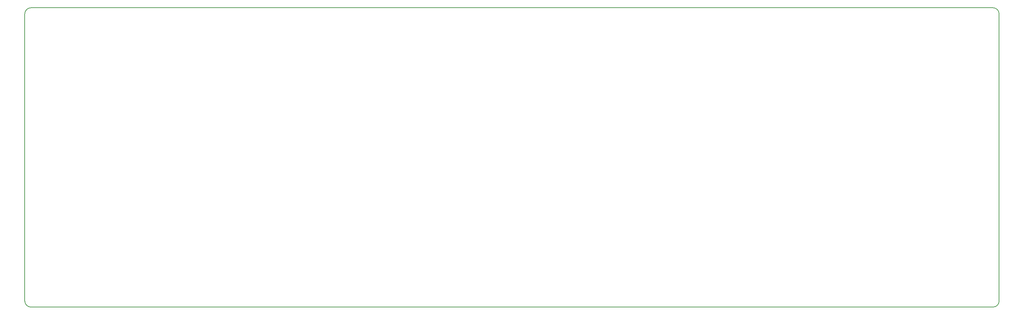
<source format=gbr>
%TF.GenerationSoftware,KiCad,Pcbnew,(6.0.7)*%
%TF.CreationDate,2022-12-15T16:21:00+01:00*%
%TF.ProjectId,Kestrel47,4b657374-7265-46c3-9437-2e6b69636164,rev?*%
%TF.SameCoordinates,Original*%
%TF.FileFunction,Profile,NP*%
%FSLAX46Y46*%
G04 Gerber Fmt 4.6, Leading zero omitted, Abs format (unit mm)*
G04 Created by KiCad (PCBNEW (6.0.7)) date 2022-12-15 16:21:00*
%MOMM*%
%LPD*%
G01*
G04 APERTURE LIST*
%TA.AperFunction,Profile*%
%ADD10C,0.200000*%
%TD*%
G04 APERTURE END LIST*
D10*
X263525000Y-17462500D02*
G75*
G03*
X261937500Y-15875000I-1587500J0D01*
G01*
X15875000Y-90487500D02*
G75*
G03*
X17462500Y-92075000I1587500J0D01*
G01*
X15875000Y-90487500D02*
X15875000Y-17462500D01*
X17462500Y-15875000D02*
G75*
G03*
X15875000Y-17462500I0J-1587500D01*
G01*
X261937500Y-92075000D02*
G75*
G03*
X263525000Y-90487500I0J1587500D01*
G01*
X261937500Y-92075000D02*
X17462500Y-92075000D01*
X263525000Y-17462500D02*
X263525000Y-90487500D01*
X17462500Y-15875000D02*
X261937500Y-15875000D01*
M02*

</source>
